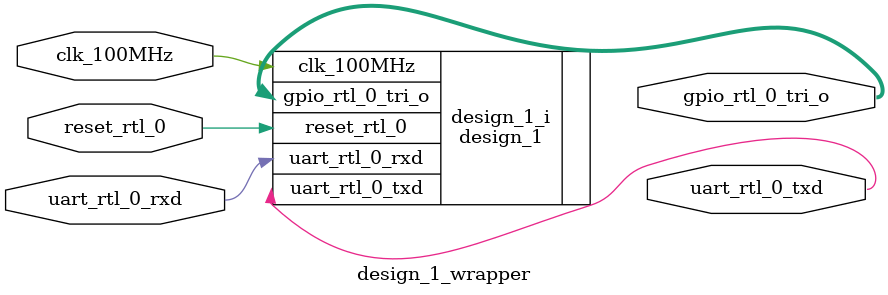
<source format=v>
`timescale 1 ps / 1 ps

module design_1_wrapper
   (clk_100MHz,
    gpio_rtl_0_tri_o,
    reset_rtl_0,
    uart_rtl_0_rxd,
    uart_rtl_0_txd);
  input clk_100MHz;
  output [15:0]gpio_rtl_0_tri_o;
  input reset_rtl_0;
  input uart_rtl_0_rxd;
  output uart_rtl_0_txd;

  wire clk_100MHz;
  wire [15:0]gpio_rtl_0_tri_o;
  wire reset_rtl_0;
  wire uart_rtl_0_rxd;
  wire uart_rtl_0_txd;

  design_1 design_1_i
       (.clk_100MHz(clk_100MHz),
        .gpio_rtl_0_tri_o(gpio_rtl_0_tri_o),
        .reset_rtl_0(reset_rtl_0),
        .uart_rtl_0_rxd(uart_rtl_0_rxd),
        .uart_rtl_0_txd(uart_rtl_0_txd));
endmodule

</source>
